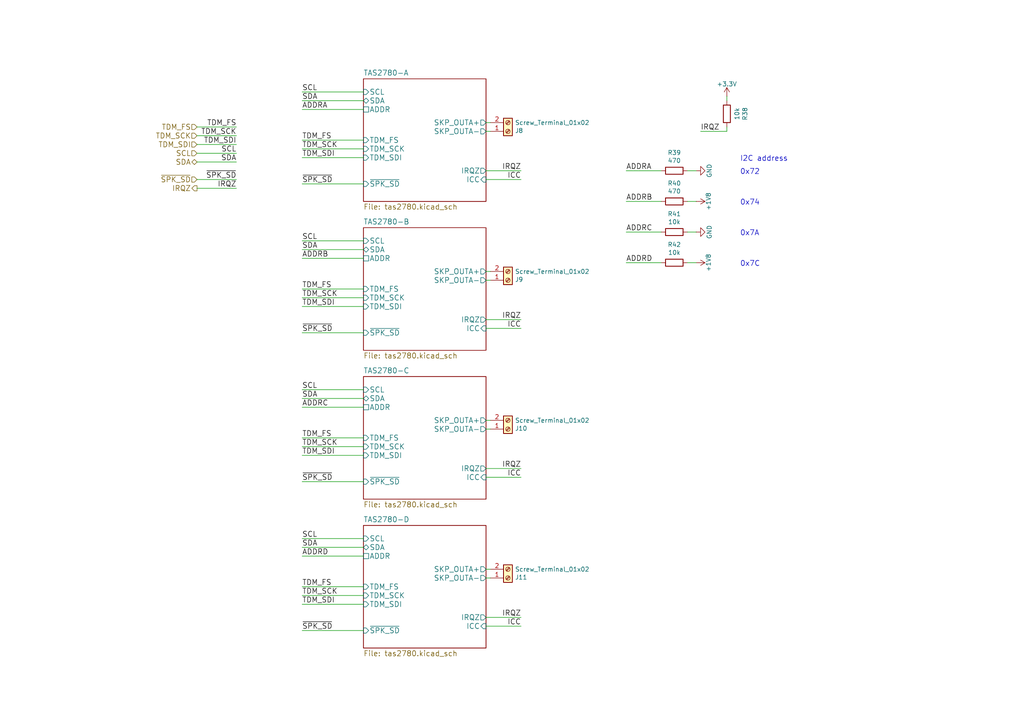
<source format=kicad_sch>
(kicad_sch (version 20231120) (generator "eeschema") (generator_version "8.0")
  (paper "A4")
  (title_block (title "blus mini mk2") (date "2024-11-22") (rev "b") (company "elagil"))
  (lib_symbols
    (symbol "Connector:Screw_Terminal_01x02" (pin_names (offset 1.016) hide)
      (property "Reference" "J" (at 0 2.54 0))
      (property "Value" "Screw_Terminal_01x02" (at 0 -5.08 0))
      (symbol "Screw_Terminal_01x02_1_1"
        (rectangle (start -1.27 1.27) (end 1.27 -3.81) (stroke (width 0.254)) (fill (type background)))
        (circle (center 0 -2.54) (radius 0.635) (stroke (width 0.1524)))
        (polyline (pts (xy -0.5334 -2.2098) (xy 0.3302 -3.048)) (stroke (width 0.1524)))
        (polyline (pts (xy -0.5334 0.3302) (xy 0.3302 -0.508)) (stroke (width 0.1524)))
        (polyline (pts (xy -0.3556 -2.032) (xy 0.508 -2.8702)) (stroke (width 0.1524)))
        (polyline (pts (xy -0.3556 0.508) (xy 0.508 -0.3302)) (stroke (width 0.1524)))
        (circle (center 0 0) (radius 0.635) (stroke (width 0.1524)))
        (pin passive line (at -5.08 0 0) (length 3.81) (name "Pin_1") (number "1"))
        (pin passive line (at -5.08 -2.54 0) (length 3.81) (name "Pin_2") (number "2"))
      )
    )
    (symbol "Device:R" (pin_numbers hide) (pin_names (offset 0))
      (property "Reference" "R" (at 2.032 0 90))
      (property "Value" "R" (at 0 0 90))
      (symbol "R_0_1"
        (rectangle (start -1.016 -2.54) (end 1.016 2.54) (stroke (width 0.254)))
      )
      (symbol "R_1_1"
        (pin passive line (at 0 3.81 270) (length 1.27) (name "~") (number "1"))
        (pin passive line (at 0 -3.81 90) (length 1.27) (name "~") (number "2"))
      )
    )
    (symbol "power:+1V8" (power) (pin_numbers hide) (pin_names (offset 0) hide)
      (property "Value" "+1V8" (at 0 3.556 0))
      (symbol "+1V8_0_1"
        (polyline (pts (xy -0.762 1.27) (xy 0 2.54)))
        (polyline (pts (xy 0 0) (xy 0 2.54)))
        (polyline (pts (xy 0 2.54) (xy 0.762 1.27)))
      )
      (symbol "+1V8_1_1"
        (pin power_in line (at 0 0 90) (length 0) (name "~") (number "1"))
      )
    )
    (symbol "power:+3.3V" (power) (pin_numbers hide) (pin_names (offset 0) hide)
      (property "Value" "+3.3V" (at 0 3.556 0))
      (symbol "+3.3V_0_1"
        (polyline (pts (xy -0.762 1.27) (xy 0 2.54)))
        (polyline (pts (xy 0 0) (xy 0 2.54)))
        (polyline (pts (xy 0 2.54) (xy 0.762 1.27)))
      )
      (symbol "+3.3V_1_1"
        (pin power_in line (at 0 0 90) (length 0) (name "~") (number "1"))
      )
    )
    (symbol "power:GND" (power) (pin_numbers hide) (pin_names (offset 0) hide)
      (property "Value" "GND" (at 0 -3.81 0))
      (symbol "GND_0_1"
        (polyline (pts (xy 0 0) (xy 0 -1.27) (xy 1.27 -1.27) (xy 0 -2.54) (xy -1.27 -1.27) (xy 0 -1.27)))
      )
      (symbol "GND_1_1"
        (pin power_in line (at 0 0 270) (length 0) (name "~") (number "1"))
      )
    )
  )
  (wire (pts (xy 181.61 49.53) (xy 191.77 49.53)))
  (wire (pts (xy 57.15 41.91) (xy 68.58 41.91)))
  (wire (pts (xy 140.97 165.1) (xy 142.24 165.1)))
  (wire (pts (xy 105.41 182.88) (xy 87.63 182.88)))
  (wire (pts (xy 87.63 43.18) (xy 105.41 43.18)))
  (wire (pts (xy 140.97 92.71) (xy 151.13 92.71)))
  (wire (pts (xy 87.63 74.93) (xy 105.41 74.93)))
  (wire (pts (xy 87.63 31.75) (xy 105.41 31.75)))
  (wire (pts (xy 87.63 158.75) (xy 105.41 158.75)))
  (wire (pts (xy 140.97 138.43) (xy 151.13 138.43)))
  (wire (pts (xy 57.15 36.83) (xy 68.58 36.83)))
  (wire (pts (xy 87.63 69.85) (xy 105.41 69.85)))
  (wire (pts (xy 87.63 127) (xy 105.41 127)))
  (wire (pts (xy 57.15 52.07) (xy 68.58 52.07)))
  (wire (pts (xy 87.63 40.64) (xy 105.41 40.64)))
  (wire (pts (xy 140.97 49.53) (xy 151.13 49.53)))
  (wire (pts (xy 140.97 78.74) (xy 142.24 78.74)))
  (wire (pts (xy 140.97 52.07) (xy 151.13 52.07)))
  (wire (pts (xy 68.58 44.45) (xy 57.15 44.45)))
  (wire (pts (xy 199.39 58.42) (xy 201.93 58.42)))
  (wire (pts (xy 199.39 49.53) (xy 201.93 49.53)))
  (wire (pts (xy 87.63 72.39) (xy 105.41 72.39)))
  (wire (pts (xy 142.24 167.64) (xy 140.97 167.64)))
  (wire (pts (xy 140.97 121.92) (xy 142.24 121.92)))
  (wire (pts (xy 87.63 156.21) (xy 105.41 156.21)))
  (wire (pts (xy 140.97 35.56) (xy 142.24 35.56)))
  (wire (pts (xy 181.61 58.42) (xy 191.77 58.42)))
  (wire (pts (xy 87.63 88.9) (xy 105.41 88.9)))
  (wire (pts (xy 87.63 132.08) (xy 105.41 132.08)))
  (wire (pts (xy 87.63 118.11) (xy 105.41 118.11)))
  (wire (pts (xy 210.82 36.83) (xy 210.82 38.1)))
  (wire (pts (xy 87.63 29.21) (xy 105.41 29.21)))
  (wire (pts (xy 57.15 54.61) (xy 68.58 54.61)))
  (wire (pts (xy 140.97 181.61) (xy 151.13 181.61)))
  (wire (pts (xy 140.97 135.89) (xy 151.13 135.89)))
  (wire (pts (xy 203.2 38.1) (xy 210.82 38.1)))
  (wire (pts (xy 210.82 27.94) (xy 210.82 29.21)))
  (wire (pts (xy 181.61 76.2) (xy 191.77 76.2)))
  (wire (pts (xy 87.63 161.29) (xy 105.41 161.29)))
  (wire (pts (xy 140.97 95.25) (xy 151.13 95.25)))
  (wire (pts (xy 181.61 67.31) (xy 191.77 67.31)))
  (wire (pts (xy 142.24 124.46) (xy 140.97 124.46)))
  (wire (pts (xy 199.39 76.2) (xy 201.93 76.2)))
  (wire (pts (xy 87.63 83.82) (xy 105.41 83.82)))
  (wire (pts (xy 87.63 115.57) (xy 105.41 115.57)))
  (wire (pts (xy 140.97 179.07) (xy 151.13 179.07)))
  (wire (pts (xy 105.41 53.34) (xy 87.63 53.34)))
  (wire (pts (xy 87.63 172.72) (xy 105.41 172.72)))
  (wire (pts (xy 199.39 67.31) (xy 201.93 67.31)))
  (wire (pts (xy 57.15 39.37) (xy 68.58 39.37)))
  (wire (pts (xy 87.63 113.03) (xy 105.41 113.03)))
  (wire (pts (xy 87.63 86.36) (xy 105.41 86.36)))
  (wire (pts (xy 105.41 139.7) (xy 87.63 139.7)))
  (wire (pts (xy 105.41 96.52) (xy 87.63 96.52)))
  (wire (pts (xy 142.24 81.28) (xy 140.97 81.28)))
  (wire (pts (xy 142.24 38.1) (xy 140.97 38.1)))
  (wire (pts (xy 87.63 26.67) (xy 105.41 26.67)))
  (wire (pts (xy 87.63 170.18) (xy 105.41 170.18)))
  (wire (pts (xy 68.58 46.99) (xy 57.15 46.99)))
  (wire (pts (xy 87.63 175.26) (xy 105.41 175.26)))
  (wire (pts (xy 87.63 45.72) (xy 105.41 45.72)))
  (wire (pts (xy 87.63 129.54) (xy 105.41 129.54)))
  (text "0x7C" (at 214.63 77.47 0) (effects (font (size 1.524 1.524)) (justify left bottom)))
  (text "0x72" (at 214.63 50.8 0) (effects (font (size 1.524 1.524)) (justify left bottom)))
  (text "0x7A" (at 214.63 68.58 0) (effects (font (size 1.524 1.524)) (justify left bottom)))
  (text "I2C address" (at 214.63 46.99 0) (effects (font (size 1.524 1.524)) (justify left bottom)))
  (text "0x74" (at 214.63 59.69 0) (effects (font (size 1.524 1.524)) (justify left bottom)))
  (label "SCL" (at 87.63 113.03 0) (effects (font (size 1.524 1.524))))
  (label "SCL" (at 68.58 44.45 180) (effects (font (size 1.524 1.524))))
  (label "TDM_FS" (at 68.58 36.83 180) (effects (font (size 1.524 1.524))))
  (label "ADDRB" (at 181.61 58.42 0) (effects (font (size 1.524 1.524))))
  (label "IRQZ" (at 151.13 179.07 180) (effects (font (size 1.524 1.524))))
  (label "TDM_SCK" (at 87.63 172.72 0) (effects (font (size 1.524 1.524))))
  (label "SDA" (at 87.63 29.21 0) (effects (font (size 1.524 1.524))))
  (label "TDM_SDI" (at 87.63 132.08 0) (effects (font (size 1.524 1.524))))
  (label "TDM_SDI" (at 87.63 45.72 0) (effects (font (size 1.524 1.524))))
  (label "ADDRC" (at 87.63 118.11 0) (effects (font (size 1.524 1.524))))
  (label "SDA" (at 68.58 46.99 180) (effects (font (size 1.524 1.524))))
  (label "~{SPK_SD}" (at 87.63 139.7 0) (effects (font (size 1.524 1.524))))
  (label "SDA" (at 87.63 158.75 0) (effects (font (size 1.524 1.524))))
  (label "TDM_FS" (at 87.63 40.64 0) (effects (font (size 1.524 1.524))))
  (label "TDM_SDI" (at 87.63 175.26 0) (effects (font (size 1.524 1.524))))
  (label "IRQZ" (at 203.2 38.1 0) (effects (font (size 1.524 1.524))))
  (label "SDA" (at 87.63 115.57 0) (effects (font (size 1.524 1.524))))
  (label "ADDRC" (at 181.61 67.31 0) (effects (font (size 1.524 1.524))))
  (label "ICC" (at 151.13 181.61 180) (effects (font (size 1.524 1.524))))
  (label "TDM_SCK" (at 87.63 129.54 0) (effects (font (size 1.524 1.524))))
  (label "SDA" (at 87.63 72.39 0) (effects (font (size 1.524 1.524))))
  (label "~{SPK_SD}" (at 87.63 96.52 0) (effects (font (size 1.524 1.524))))
  (label "~{SPK_SD}" (at 87.63 182.88 0) (effects (font (size 1.524 1.524))))
  (label "TDM_FS" (at 87.63 83.82 0) (effects (font (size 1.524 1.524))))
  (label "ADDRA" (at 181.61 49.53 0) (effects (font (size 1.524 1.524))))
  (label "~{SPK_SD}" (at 68.58 52.07 180) (effects (font (size 1.524 1.524))))
  (label "ICC" (at 151.13 95.25 180) (effects (font (size 1.524 1.524))))
  (label "TDM_SDI" (at 87.63 88.9 0) (effects (font (size 1.524 1.524))))
  (label "SCL" (at 87.63 26.67 0) (effects (font (size 1.524 1.524))))
  (label "ADDRD" (at 87.63 161.29 0) (effects (font (size 1.524 1.524))))
  (label "TDM_SDI" (at 68.58 41.91 180) (effects (font (size 1.524 1.524))))
  (label "IRQZ" (at 68.58 54.61 180) (effects (font (size 1.524 1.524))))
  (label "IRQZ" (at 151.13 135.89 180) (effects (font (size 1.524 1.524))))
  (label "TDM_SCK" (at 87.63 43.18 0) (effects (font (size 1.524 1.524))))
  (label "ICC" (at 151.13 52.07 180) (effects (font (size 1.524 1.524))))
  (label "SCL" (at 87.63 69.85 0) (effects (font (size 1.524 1.524))))
  (label "IRQZ" (at 151.13 92.71 180) (effects (font (size 1.524 1.524))))
  (label "ICC" (at 151.13 138.43 180) (effects (font (size 1.524 1.524))))
  (label "TDM_SCK" (at 68.58 39.37 180) (effects (font (size 1.524 1.524))))
  (label "ADDRA" (at 87.63 31.75 0) (effects (font (size 1.524 1.524))))
  (label "TDM_FS" (at 87.63 170.18 0) (effects (font (size 1.524 1.524))))
  (label "~{SPK_SD}" (at 87.63 53.34 0) (effects (font (size 1.524 1.524))))
  (label "ADDRD" (at 181.61 76.2 0) (effects (font (size 1.524 1.524))))
  (label "SCL" (at 87.63 156.21 0) (effects (font (size 1.524 1.524))))
  (label "TDM_SCK" (at 87.63 86.36 0) (effects (font (size 1.524 1.524))))
  (label "IRQZ" (at 151.13 49.53 180) (effects (font (size 1.524 1.524))))
  (label "TDM_FS" (at 87.63 127 0) (effects (font (size 1.524 1.524))))
  (label "ADDRB" (at 87.63 74.93 0) (effects (font (size 1.524 1.524))))
  (hierarchical_label "IRQZ" (shape output) (at 57.15 54.61 180) (effects (font (size 1.524 1.524))))
  (hierarchical_label "SDA" (shape bidirectional) (at 57.15 46.99 180) (effects (font (size 1.524 1.524))))
  (hierarchical_label "TDM_FS" (shape input) (at 57.15 36.83 180) (effects (font (size 1.524 1.524))))
  (hierarchical_label "~{SPK_SD}" (shape input) (at 57.15 52.07 180) (effects (font (size 1.524 1.524))))
  (hierarchical_label "TDM_SDI" (shape input) (at 57.15 41.91 180) (effects (font (size 1.524 1.524))))
  (hierarchical_label "SCL" (shape input) (at 57.15 44.45 180) (effects (font (size 1.524 1.524))))
  (hierarchical_label "TDM_SCK" (shape input) (at 57.15 39.37 180) (effects (font (size 1.524 1.524))))
  (symbol (lib_id "power:+3.3V") (at 210.82 27.94 0) (unit 1)
    (property "Reference" "#PWR0110" (effects (hide yes)))
    (property "Value" "+3.3V" (at 210.82 24.384 0))
    (property "Description" "Power symbol creates a global label with name \"+3.3V\"" (effects (hide yes)))
  )
  (symbol (lib_id "Connector:Screw_Terminal_01x02") (at 147.32 124.46 0) (mirror x) (unit 1)
    (property "Reference" "J10" (at 149.352 124.2568 0) (effects (justify left)))
    (property "Value" "Screw_Terminal_01x02" (at 149.352 121.9454 0) (effects (justify left)))
    (property "Footprint" "Connector_Terminal:wuerth_691216410002" (effects (hide yes)))
    (property "Description" "Generic screw terminal, single row, 01x02, script generated (kicad-library-utils/schlib/autogen/connector/)" (effects (hide yes)))
    (property "Mfr.Nr." "DK" (effects (hide yes)))
  )
  (symbol (lib_id "Device:R") (at 195.58 49.53 270) (unit 1)
    (property "Reference" "R39" (at 195.58 44.2722 90))
    (property "Value" "470" (at 195.58 46.5836 90))
    (property "Footprint" "Resistor_SMD:R_0402_1005Metric" (effects (hide yes)))
    (property "Description" "Resistor" (effects (hide yes)))
    (property "MPN" "C25117" (effects (hide yes)))
  )
  (symbol (lib_id "power:GND") (at 201.93 49.53 90) (unit 1)
    (property "Reference" "#PWR0111" (effects (hide yes)))
    (property "Value" "GND" (at 205.74 49.53 0))
    (property "Description" "Power symbol creates a global label with name \"GND\" , ground" (effects (hide yes)))
  )
  (symbol (lib_id "power:+1V8") (at 201.93 58.42 270) (unit 1)
    (property "Reference" "#PWR0112" (effects (hide yes)))
    (property "Value" "+1V8" (at 205.486 58.42 0))
    (property "Description" "Power symbol creates a global label with name \"+1V8\"" (effects (hide yes)))
  )
  (symbol (lib_id "Connector:Screw_Terminal_01x02") (at 147.32 167.64 0) (mirror x) (unit 1)
    (property "Reference" "J11" (at 149.352 167.4368 0) (effects (justify left)))
    (property "Value" "Screw_Terminal_01x02" (at 149.352 165.1254 0) (effects (justify left)))
    (property "Footprint" "Connector_Terminal:wuerth_691216410002" (effects (hide yes)))
    (property "Description" "Generic screw terminal, single row, 01x02, script generated (kicad-library-utils/schlib/autogen/connector/)" (effects (hide yes)))
    (property "Mfr.Nr." "DK" (effects (hide yes)))
  )
  (symbol (lib_id "power:+1V8") (at 201.93 76.2 270) (unit 1)
    (property "Reference" "#PWR0114" (effects (hide yes)))
    (property "Value" "+1V8" (at 205.486 76.2 0))
    (property "Description" "Power symbol creates a global label with name \"+1V8\"" (effects (hide yes)))
  )
  (symbol (lib_id "Device:R") (at 195.58 76.2 270) (unit 1)
    (property "Reference" "R42" (at 195.58 70.9422 90))
    (property "Value" "10k" (at 195.58 73.2536 90))
    (property "Footprint" "Resistor_SMD:R_0402_1005Metric" (effects (hide yes)))
    (property "Description" "Resistor" (effects (hide yes)))
    (property "MPN" "C25744" (effects (hide yes)))
  )
  (symbol (lib_id "Device:R") (at 195.58 67.31 270) (unit 1)
    (property "Reference" "R41" (at 195.58 62.0522 90))
    (property "Value" "10k" (at 195.58 64.3636 90))
    (property "Footprint" "Resistor_SMD:R_0402_1005Metric" (effects (hide yes)))
    (property "Description" "Resistor" (effects (hide yes)))
    (property "MPN" "C25744" (effects (hide yes)))
  )
  (symbol (lib_id "Device:R") (at 195.58 58.42 270) (unit 1)
    (property "Reference" "R40" (at 195.58 53.1622 90))
    (property "Value" "470" (at 195.58 55.4736 90))
    (property "Footprint" "Resistor_SMD:R_0402_1005Metric" (effects (hide yes)))
    (property "Description" "Resistor" (effects (hide yes)))
    (property "MPN" "C25117" (effects (hide yes)))
  )
  (symbol (lib_id "Connector:Screw_Terminal_01x02") (at 147.32 38.1 0) (mirror x) (unit 1)
    (property "Reference" "J8" (at 149.352 37.8968 0) (effects (justify left)))
    (property "Value" "Screw_Terminal_01x02" (at 149.352 35.5854 0) (effects (justify left)))
    (property "Footprint" "Connector_Terminal:wuerth_691216410002" (effects (hide yes)))
    (property "Description" "Generic screw terminal, single row, 01x02, script generated (kicad-library-utils/schlib/autogen/connector/)" (effects (hide yes)))
    (property "Mfr.Nr." "DK" (effects (hide yes)))
  )
  (symbol (lib_id "Connector:Screw_Terminal_01x02") (at 147.32 81.28 0) (mirror x) (unit 1)
    (property "Reference" "J9" (at 149.352 81.0768 0) (effects (justify left)))
    (property "Value" "Screw_Terminal_01x02" (at 149.352 78.7654 0) (effects (justify left)))
    (property "Footprint" "Connector_Terminal:wuerth_691216410002" (effects (hide yes)))
    (property "Description" "Generic screw terminal, single row, 01x02, script generated (kicad-library-utils/schlib/autogen/connector/)" (effects (hide yes)))
    (property "Mfr.Nr." "DK" (effects (hide yes)))
  )
  (symbol (lib_id "Device:R") (at 210.82 33.02 180) (unit 1)
    (property "Reference" "R38" (at 216.0778 33.02 90))
    (property "Value" "10k" (at 213.7664 33.02 90))
    (property "Footprint" "Resistor_SMD:R_0402_1005Metric" (effects (hide yes)))
    (property "Description" "Resistor" (effects (hide yes)))
    (property "MPN" "C25744" (effects (hide yes)))
  )
  (symbol (lib_id "power:GND") (at 201.93 67.31 90) (unit 1)
    (property "Reference" "#PWR0113" (effects (hide yes)))
    (property "Value" "GND" (at 205.74 67.31 0))
    (property "Description" "Power symbol creates a global label with name \"GND\" , ground" (effects (hide yes)))
  )
  (sheet (at 105.41 152.4) (size 35.56 35.56)
    (property "Sheetname" "TAS2780-D" (at 105.41 151.5614 0) (effects (font (size 1.524 1.524)) (justify left bottom)))
    (property "Sheetfile" "tas2780.kicad_sch" (at 105.41 188.6462 0) (effects (font (size 1.524 1.524)) (justify left top)))
    (pin "~{SPK_SD}" input (at 105.41 182.88 180) (effects (font (size 1.524 1.524))))
    (pin "TDM_FS" input (at 105.41 170.18 180) (effects (font (size 1.524 1.524))))
    (pin "TDM_SDI" input (at 105.41 175.26 180) (effects (font (size 1.524 1.524))))
    (pin "TDM_SCK" input (at 105.41 172.72 180) (effects (font (size 1.524 1.524))))
    (pin "SKP_OUTA+" output (at 140.97 165.1 0) (effects (font (size 1.524 1.524))))
    (pin "SKP_OUTA-" output (at 140.97 167.64 0) (effects (font (size 1.524 1.524))))
    (pin "ICC" input (at 140.97 181.61 0) (effects (font (size 1.524 1.524))))
    (pin "SCL" input (at 105.41 156.21 180) (effects (font (size 1.524 1.524))))
    (pin "SDA" bidirectional (at 105.41 158.75 180) (effects (font (size 1.524 1.524))))
    (pin "IRQZ" output (at 140.97 179.07 0) (effects (font (size 1.524 1.524))))
    (pin "ADDR" passive (at 105.41 161.29 180) (effects (font (size 1.524 1.524))))
  )
  (sheet (at 105.41 22.86) (size 35.56 35.56)
    (property "Sheetname" "TAS2780-A" (at 105.41 22.0214 0) (effects (font (size 1.524 1.524)) (justify left bottom)))
    (property "Sheetfile" "tas2780.kicad_sch" (at 105.41 59.1062 0) (effects (font (size 1.524 1.524)) (justify left top)))
    (pin "~{SPK_SD}" input (at 105.41 53.34 180) (effects (font (size 1.524 1.524))))
    (pin "TDM_FS" input (at 105.41 40.64 180) (effects (font (size 1.524 1.524))))
    (pin "TDM_SDI" input (at 105.41 45.72 180) (effects (font (size 1.524 1.524))))
    (pin "TDM_SCK" input (at 105.41 43.18 180) (effects (font (size 1.524 1.524))))
    (pin "SKP_OUTA+" output (at 140.97 35.56 0) (effects (font (size 1.524 1.524))))
    (pin "SKP_OUTA-" output (at 140.97 38.1 0) (effects (font (size 1.524 1.524))))
    (pin "ICC" input (at 140.97 52.07 0) (effects (font (size 1.524 1.524))))
    (pin "SCL" input (at 105.41 26.67 180) (effects (font (size 1.524 1.524))))
    (pin "SDA" bidirectional (at 105.41 29.21 180) (effects (font (size 1.524 1.524))))
    (pin "IRQZ" output (at 140.97 49.53 0) (effects (font (size 1.524 1.524))))
    (pin "ADDR" passive (at 105.41 31.75 180) (effects (font (size 1.524 1.524))))
  )
  (sheet (at 105.41 109.22) (size 35.56 35.56)
    (property "Sheetname" "TAS2780-C" (at 105.41 108.3814 0) (effects (font (size 1.524 1.524)) (justify left bottom)))
    (property "Sheetfile" "tas2780.kicad_sch" (at 105.41 145.4662 0) (effects (font (size 1.524 1.524)) (justify left top)))
    (pin "~{SPK_SD}" input (at 105.41 139.7 180) (effects (font (size 1.524 1.524))))
    (pin "TDM_FS" input (at 105.41 127 180) (effects (font (size 1.524 1.524))))
    (pin "TDM_SDI" input (at 105.41 132.08 180) (effects (font (size 1.524 1.524))))
    (pin "TDM_SCK" input (at 105.41 129.54 180) (effects (font (size 1.524 1.524))))
    (pin "SKP_OUTA+" output (at 140.97 121.92 0) (effects (font (size 1.524 1.524))))
    (pin "SKP_OUTA-" output (at 140.97 124.46 0) (effects (font (size 1.524 1.524))))
    (pin "ICC" input (at 140.97 138.43 0) (effects (font (size 1.524 1.524))))
    (pin "SCL" input (at 105.41 113.03 180) (effects (font (size 1.524 1.524))))
    (pin "SDA" bidirectional (at 105.41 115.57 180) (effects (font (size 1.524 1.524))))
    (pin "IRQZ" output (at 140.97 135.89 0) (effects (font (size 1.524 1.524))))
    (pin "ADDR" passive (at 105.41 118.11 180) (effects (font (size 1.524 1.524))))
  )
  (sheet (at 105.41 66.04) (size 35.56 35.56)
    (property "Sheetname" "TAS2780-B" (at 105.41 65.2014 0) (effects (font (size 1.524 1.524)) (justify left bottom)))
    (property "Sheetfile" "tas2780.kicad_sch" (at 105.41 102.2862 0) (effects (font (size 1.524 1.524)) (justify left top)))
    (pin "~{SPK_SD}" input (at 105.41 96.52 180) (effects (font (size 1.524 1.524))))
    (pin "TDM_FS" input (at 105.41 83.82 180) (effects (font (size 1.524 1.524))))
    (pin "TDM_SDI" input (at 105.41 88.9 180) (effects (font (size 1.524 1.524))))
    (pin "TDM_SCK" input (at 105.41 86.36 180) (effects (font (size 1.524 1.524))))
    (pin "SKP_OUTA+" output (at 140.97 78.74 0) (effects (font (size 1.524 1.524))))
    (pin "SKP_OUTA-" output (at 140.97 81.28 0) (effects (font (size 1.524 1.524))))
    (pin "ICC" input (at 140.97 95.25 0) (effects (font (size 1.524 1.524))))
    (pin "SCL" input (at 105.41 69.85 180) (effects (font (size 1.524 1.524))))
    (pin "SDA" bidirectional (at 105.41 72.39 180) (effects (font (size 1.524 1.524))))
    (pin "IRQZ" output (at 140.97 92.71 0) (effects (font (size 1.524 1.524))))
    (pin "ADDR" passive (at 105.41 74.93 180) (effects (font (size 1.524 1.524))))
  )
)
</source>
